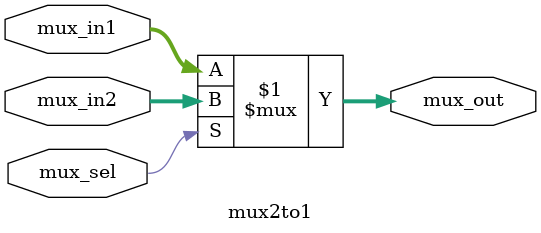
<source format=v>
module mux2to1(mux_in1, mux_in2,mux_sel, mux_out);    
    input [31:0] mux_in1, mux_in2;
    input mux_sel;

    output [31:0] mux_out;
    
    assign mux_out = mux_sel ? mux_in2 : mux_in1;
endmodule
</source>
